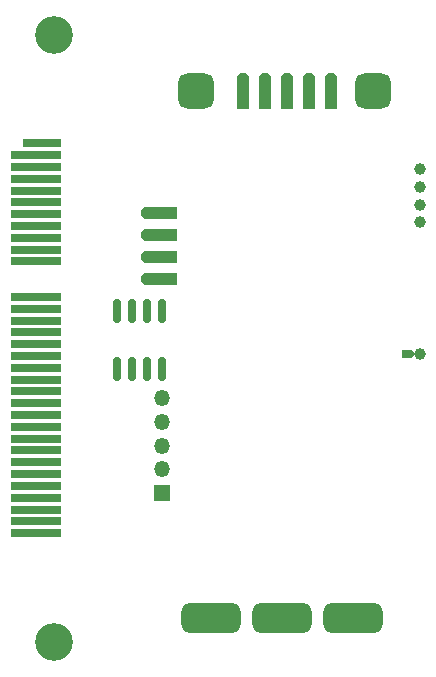
<source format=gbr>
%TF.GenerationSoftware,KiCad,Pcbnew,7.0.9*%
%TF.CreationDate,2024-04-13T12:05:23+02:00*%
%TF.ProjectId,MotorDriverCarrier-rounded,4d6f746f-7244-4726-9976-657243617272,rev?*%
%TF.SameCoordinates,Original*%
%TF.FileFunction,Soldermask,Bot*%
%TF.FilePolarity,Negative*%
%FSLAX46Y46*%
G04 Gerber Fmt 4.6, Leading zero omitted, Abs format (unit mm)*
G04 Created by KiCad (PCBNEW 7.0.9) date 2024-04-13 12:05:23*
%MOMM*%
%LPD*%
G01*
G04 APERTURE LIST*
G04 Aperture macros list*
%AMRoundRect*
0 Rectangle with rounded corners*
0 $1 Rounding radius*
0 $2 $3 $4 $5 $6 $7 $8 $9 X,Y pos of 4 corners*
0 Add a 4 corners polygon primitive as box body*
4,1,4,$2,$3,$4,$5,$6,$7,$8,$9,$2,$3,0*
0 Add four circle primitives for the rounded corners*
1,1,$1+$1,$2,$3*
1,1,$1+$1,$4,$5*
1,1,$1+$1,$6,$7*
1,1,$1+$1,$8,$9*
0 Add four rect primitives between the rounded corners*
20,1,$1+$1,$2,$3,$4,$5,0*
20,1,$1+$1,$4,$5,$6,$7,0*
20,1,$1+$1,$6,$7,$8,$9,0*
20,1,$1+$1,$8,$9,$2,$3,0*%
%AMOutline5P*
0 Free polygon, 5 corners , with rotation*
0 The origin of the aperture is its center*
0 number of corners: always 5*
0 $1 to $10 corner X, Y*
0 $11 Rotation angle, in degrees counterclockwise*
0 create outline with 5 corners*
4,1,5,$1,$2,$3,$4,$5,$6,$7,$8,$9,$10,$1,$2,$11*%
%AMOutline6P*
0 Free polygon, 6 corners , with rotation*
0 The origin of the aperture is its center*
0 number of corners: always 6*
0 $1 to $12 corner X, Y*
0 $13 Rotation angle, in degrees counterclockwise*
0 create outline with 6 corners*
4,1,6,$1,$2,$3,$4,$5,$6,$7,$8,$9,$10,$11,$12,$1,$2,$13*%
%AMOutline7P*
0 Free polygon, 7 corners , with rotation*
0 The origin of the aperture is its center*
0 number of corners: always 7*
0 $1 to $14 corner X, Y*
0 $15 Rotation angle, in degrees counterclockwise*
0 create outline with 7 corners*
4,1,7,$1,$2,$3,$4,$5,$6,$7,$8,$9,$10,$11,$12,$13,$14,$1,$2,$15*%
%AMOutline8P*
0 Free polygon, 8 corners , with rotation*
0 The origin of the aperture is its center*
0 number of corners: always 8*
0 $1 to $16 corner X, Y*
0 $17 Rotation angle, in degrees counterclockwise*
0 create outline with 8 corners*
4,1,8,$1,$2,$3,$4,$5,$6,$7,$8,$9,$10,$11,$12,$13,$14,$15,$16,$1,$2,$17*%
G04 Aperture macros list end*
%ADD10O,1.350000X1.350000*%
%ADD11R,1.350000X1.350000*%
%ADD12Outline6P,-0.500000X1.200000X-0.200000X1.500000X0.200000X1.500000X0.500000X1.200000X0.500000X-1.500000X-0.500000X-1.500000X0.000000*%
%ADD13C,3.200000*%
%ADD14C,1.000000*%
%ADD15Outline6P,-0.350000X0.290000X-0.140000X0.500000X0.140000X0.500000X0.350000X0.290000X0.350000X-0.500000X-0.350000X-0.500000X270.000000*%
%ADD16R,3.200000X0.700000*%
%ADD17R,4.300000X0.700000*%
%ADD18RoundRect,0.625000X1.875000X0.625000X-1.875000X0.625000X-1.875000X-0.625000X1.875000X-0.625000X0*%
%ADD19Outline6P,-0.500000X1.200000X-0.200000X1.500000X0.200000X1.500000X0.500000X1.200000X0.500000X-1.500000X-0.500000X-1.500000X90.000000*%
%ADD20RoundRect,0.750000X0.750000X0.750000X-0.750000X0.750000X-0.750000X-0.750000X0.750000X-0.750000X0*%
%ADD21RoundRect,0.150000X0.150000X-0.825000X0.150000X0.825000X-0.150000X0.825000X-0.150000X-0.825000X0*%
G04 APERTURE END LIST*
D10*
%TO.C,J2*%
X121158000Y-86075000D03*
X121158000Y-88075000D03*
X121158000Y-90075000D03*
X121158000Y-92075000D03*
D11*
X121158000Y-94075000D03*
%TD*%
D12*
%TO.C,J13*%
X128004000Y-60093566D03*
X129879000Y-60093566D03*
X131754000Y-60093566D03*
X133629000Y-60093566D03*
X135504000Y-60093566D03*
%TD*%
D13*
%TO.C,H1*%
X112050594Y-55298811D03*
%TD*%
D14*
%TO.C,J1*%
X142980000Y-66670683D03*
X142980000Y-68170683D03*
X142980000Y-69670683D03*
X142980000Y-71170683D03*
X142980000Y-82347317D03*
D15*
X141980000Y-82345683D03*
%TD*%
D13*
%TO.C,H2*%
X112040303Y-106701283D03*
%TD*%
D16*
%TO.C,J15*%
X111040000Y-64487000D03*
D17*
X110490000Y-65487000D03*
X110490000Y-66487000D03*
X110490000Y-67487000D03*
X110490000Y-68487000D03*
X110490000Y-69487000D03*
X110490000Y-70487000D03*
X110490000Y-71487000D03*
X110490000Y-72487000D03*
X110490000Y-73487000D03*
X110490000Y-74487000D03*
X110490000Y-77487000D03*
X110490000Y-78487000D03*
X110490000Y-79487000D03*
X110490000Y-80487000D03*
X110490000Y-81487000D03*
X110490000Y-82487000D03*
X110490000Y-83487000D03*
X110490000Y-84487000D03*
X110490000Y-85487000D03*
X110490000Y-86487000D03*
X110490000Y-87487000D03*
X110490000Y-88487000D03*
X110490000Y-89487000D03*
X110490000Y-90487000D03*
X110490000Y-91487000D03*
X110490000Y-92487000D03*
X110490000Y-93487000D03*
X110490000Y-94487000D03*
X110490000Y-95487000D03*
X110490000Y-96487000D03*
X110490000Y-97487000D03*
%TD*%
D18*
%TO.C,J10*%
X137312000Y-104690566D03*
X131312000Y-104690566D03*
X125312000Y-104690566D03*
%TD*%
D19*
%TO.C,J14*%
X120892000Y-75973000D03*
X120892000Y-74098000D03*
X120892000Y-72223000D03*
X120892000Y-70348000D03*
%TD*%
D20*
%TO.C,J11*%
X139067000Y-60015000D03*
X124067000Y-60015000D03*
%TD*%
D21*
%TO.C,U1*%
X121146000Y-83588000D03*
X119876000Y-83588000D03*
X118606000Y-83588000D03*
X117336000Y-83588000D03*
X117336000Y-78638000D03*
X118606000Y-78638000D03*
X119876000Y-78638000D03*
X121146000Y-78638000D03*
%TD*%
M02*

</source>
